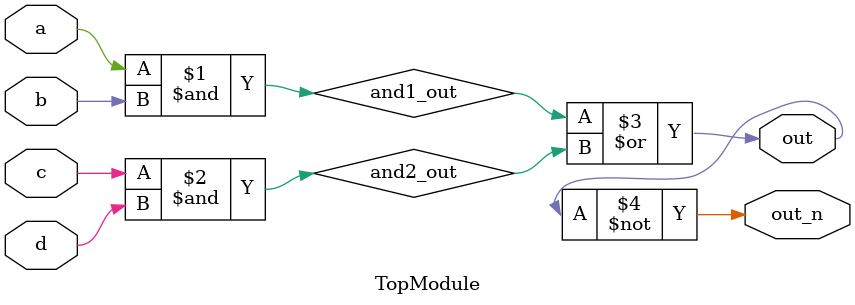
<source format=sv>


module TopModule (
    input  wire a,
    input  wire b,
    input  wire c,
    input  wire d,
    output wire out,
    output wire out_n
);

    // ---------- Layer 1 ----------
    wire and1_out;   // output of a AND b
    wire and2_out;   // output of c AND d

    and u_and1 (and1_out, a, b);   // a & b
    and u_and2 (and2_out, c, d);   // c & d

    // ---------- Layer 2 ----------
    or  u_or (out, and1_out, and2_out);   // (a & b) | (c & d)

    // Inverted output
    not u_not (out_n, out);

endmodule

// VERILOG-EVAL: errant inclusion of module definition

</source>
